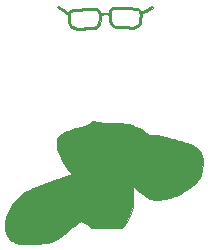
<source format=gbr>
%TF.GenerationSoftware,KiCad,Pcbnew,(5.99.0-9526-g5c17ff0595)*%
%TF.CreationDate,2021-06-06T14:51:47-05:00*%
%TF.ProjectId,BernieMittensNoChair,4265726e-6965-44d6-9974-74656e734e6f,rev?*%
%TF.SameCoordinates,Original*%
%TF.FileFunction,Soldermask,Top*%
%TF.FilePolarity,Negative*%
%FSLAX46Y46*%
G04 Gerber Fmt 4.6, Leading zero omitted, Abs format (unit mm)*
G04 Created by KiCad (PCBNEW (5.99.0-9526-g5c17ff0595)) date 2021-06-06 14:51:47*
%MOMM*%
%LPD*%
G01*
G04 APERTURE LIST*
%ADD10C,0.010000*%
G04 APERTURE END LIST*
D10*
%TO.C,G\u002A\u002A\u002A*%
X148496102Y-74687594D02*
X148547039Y-74720909D01*
X148547039Y-74720909D02*
X148621843Y-74772091D01*
X148621843Y-74772091D02*
X148715356Y-74837588D01*
X148715356Y-74837588D02*
X148822420Y-74913849D01*
X148822420Y-74913849D02*
X148875693Y-74952210D01*
X148875693Y-74952210D02*
X148988028Y-75032978D01*
X148988028Y-75032978D02*
X149089805Y-75105394D01*
X149089805Y-75105394D02*
X149175706Y-75165737D01*
X149175706Y-75165737D02*
X149240414Y-75210285D01*
X149240414Y-75210285D02*
X149278612Y-75235316D01*
X149278612Y-75235316D02*
X149285742Y-75239223D01*
X149285742Y-75239223D02*
X149311220Y-75229789D01*
X149311220Y-75229789D02*
X149326607Y-75195950D01*
X149326607Y-75195950D02*
X149362372Y-75125840D01*
X149362372Y-75125840D02*
X149428486Y-75056549D01*
X149428486Y-75056549D02*
X149513876Y-74997633D01*
X149513876Y-74997633D02*
X149598629Y-74961202D01*
X149598629Y-74961202D02*
X149673302Y-74945493D01*
X149673302Y-74945493D02*
X149787734Y-74931159D01*
X149787734Y-74931159D02*
X149939371Y-74918330D01*
X149939371Y-74918330D02*
X150125658Y-74907139D01*
X150125658Y-74907139D02*
X150344039Y-74897717D01*
X150344039Y-74897717D02*
X150591959Y-74890196D01*
X150591959Y-74890196D02*
X150866863Y-74884708D01*
X150866863Y-74884708D02*
X151143021Y-74881555D01*
X151143021Y-74881555D02*
X151765508Y-74876784D01*
X151765508Y-74876784D02*
X151851690Y-74933595D01*
X151851690Y-74933595D02*
X151918949Y-74993795D01*
X151918949Y-74993795D02*
X151976720Y-75073508D01*
X151976720Y-75073508D02*
X152015864Y-75157779D01*
X152015864Y-75157779D02*
X152027667Y-75221604D01*
X152027667Y-75221604D02*
X152032608Y-75251664D01*
X152032608Y-75251664D02*
X152055600Y-75259039D01*
X152055600Y-75259039D02*
X152096459Y-75251963D01*
X152096459Y-75251963D02*
X152142522Y-75246359D01*
X152142522Y-75246359D02*
X152220950Y-75241672D01*
X152220950Y-75241672D02*
X152321777Y-75238315D01*
X152321777Y-75238315D02*
X152435036Y-75236700D01*
X152435036Y-75236700D02*
X152466879Y-75236617D01*
X152466879Y-75236617D02*
X152768508Y-75236617D01*
X152768508Y-75236617D02*
X152768622Y-75183700D01*
X152768622Y-75183700D02*
X152787884Y-75062246D01*
X152787884Y-75062246D02*
X152840756Y-74951315D01*
X152840756Y-74951315D02*
X152920670Y-74859822D01*
X152920670Y-74859822D02*
X153021057Y-74796682D01*
X153021057Y-74796682D02*
X153065000Y-74781489D01*
X153065000Y-74781489D02*
X153110793Y-74775664D01*
X153110793Y-74775664D02*
X153193307Y-74771865D01*
X153193307Y-74771865D02*
X153306982Y-74769943D01*
X153306982Y-74769943D02*
X153446263Y-74769748D01*
X153446263Y-74769748D02*
X153605592Y-74771131D01*
X153605592Y-74771131D02*
X153779411Y-74773941D01*
X153779411Y-74773941D02*
X153962164Y-74778030D01*
X153962164Y-74778030D02*
X154148291Y-74783248D01*
X154148291Y-74783248D02*
X154332237Y-74789444D01*
X154332237Y-74789444D02*
X154508444Y-74796470D01*
X154508444Y-74796470D02*
X154671354Y-74804176D01*
X154671354Y-74804176D02*
X154815410Y-74812412D01*
X154815410Y-74812412D02*
X154935055Y-74821029D01*
X154935055Y-74821029D02*
X155024730Y-74829877D01*
X155024730Y-74829877D02*
X155061924Y-74835249D01*
X155061924Y-74835249D02*
X155211784Y-74871855D01*
X155211784Y-74871855D02*
X155325662Y-74923459D01*
X155325662Y-74923459D02*
X155408066Y-74992708D01*
X155408066Y-74992708D02*
X155456522Y-75066984D01*
X155456522Y-75066984D02*
X155485196Y-75121693D01*
X155485196Y-75121693D02*
X155507527Y-75156267D01*
X155507527Y-75156267D02*
X155514851Y-75162534D01*
X155514851Y-75162534D02*
X155536091Y-75152813D01*
X155536091Y-75152813D02*
X155589051Y-75125555D01*
X155589051Y-75125555D02*
X155668352Y-75083618D01*
X155668352Y-75083618D02*
X155768618Y-75029858D01*
X155768618Y-75029858D02*
X155884468Y-74967132D01*
X155884468Y-74967132D02*
X155953147Y-74929700D01*
X155953147Y-74929700D02*
X156075920Y-74863127D01*
X156075920Y-74863127D02*
X156186734Y-74803976D01*
X156186734Y-74803976D02*
X156280065Y-74755121D01*
X156280065Y-74755121D02*
X156350385Y-74719435D01*
X156350385Y-74719435D02*
X156392169Y-74699792D01*
X156392169Y-74699792D02*
X156400932Y-74696867D01*
X156400932Y-74696867D02*
X156423409Y-74714136D01*
X156423409Y-74714136D02*
X156450792Y-74756608D01*
X156450792Y-74756608D02*
X156455326Y-74765719D01*
X156455326Y-74765719D02*
X156488159Y-74834571D01*
X156488159Y-74834571D02*
X156023868Y-75088510D01*
X156023868Y-75088510D02*
X155895518Y-75158755D01*
X155895518Y-75158755D02*
X155779084Y-75222562D01*
X155779084Y-75222562D02*
X155679847Y-75277032D01*
X155679847Y-75277032D02*
X155603084Y-75319265D01*
X155603084Y-75319265D02*
X155554076Y-75346362D01*
X155554076Y-75346362D02*
X155538515Y-75355121D01*
X155538515Y-75355121D02*
X155530686Y-75379411D01*
X155530686Y-75379411D02*
X155522032Y-75438925D01*
X155522032Y-75438925D02*
X155513279Y-75526582D01*
X155513279Y-75526582D02*
X155505151Y-75635302D01*
X155505151Y-75635302D02*
X155499320Y-75738079D01*
X155499320Y-75738079D02*
X155490294Y-75896822D01*
X155490294Y-75896822D02*
X155479460Y-76020300D01*
X155479460Y-76020300D02*
X155464927Y-76115584D01*
X155464927Y-76115584D02*
X155444805Y-76189741D01*
X155444805Y-76189741D02*
X155417203Y-76249842D01*
X155417203Y-76249842D02*
X155380231Y-76302955D01*
X155380231Y-76302955D02*
X155334777Y-76353305D01*
X155334777Y-76353305D02*
X155278536Y-76401026D01*
X155278536Y-76401026D02*
X155202660Y-76446132D01*
X155202660Y-76446132D02*
X155098356Y-76493490D01*
X155098356Y-76493490D02*
X155038147Y-76517473D01*
X155038147Y-76517473D02*
X154819006Y-76602118D01*
X154819006Y-76602118D02*
X154040968Y-76572465D01*
X154040968Y-76572465D02*
X153262931Y-76542811D01*
X153262931Y-76542811D02*
X153134577Y-76478019D01*
X153134577Y-76478019D02*
X153053465Y-76429196D01*
X153053465Y-76429196D02*
X152976142Y-76369781D01*
X152976142Y-76369781D02*
X152931580Y-76326022D01*
X152931580Y-76326022D02*
X152867122Y-76224320D01*
X152867122Y-76224320D02*
X152815008Y-76086294D01*
X152815008Y-76086294D02*
X152776481Y-75916472D01*
X152776481Y-75916472D02*
X152752782Y-75719382D01*
X152752782Y-75719382D02*
X152750517Y-75684115D01*
X152750517Y-75684115D02*
X152919418Y-75684115D01*
X152919418Y-75684115D02*
X152924273Y-75770496D01*
X152924273Y-75770496D02*
X152934986Y-75850349D01*
X152934986Y-75850349D02*
X152948092Y-75917176D01*
X152948092Y-75917176D02*
X152982035Y-76049584D01*
X152982035Y-76049584D02*
X153021714Y-76148537D01*
X153021714Y-76148537D02*
X153072548Y-76222913D01*
X153072548Y-76222913D02*
X153139954Y-76281587D01*
X153139954Y-76281587D02*
X153189177Y-76312146D01*
X153189177Y-76312146D02*
X153302938Y-76376097D01*
X153302938Y-76376097D02*
X153951177Y-76401255D01*
X153951177Y-76401255D02*
X154117136Y-76407684D01*
X154117136Y-76407684D02*
X154273248Y-76413710D01*
X154273248Y-76413710D02*
X154413431Y-76419099D01*
X154413431Y-76419099D02*
X154531600Y-76423619D01*
X154531600Y-76423619D02*
X154621671Y-76427035D01*
X154621671Y-76427035D02*
X154677559Y-76429116D01*
X154677559Y-76429116D02*
X154687567Y-76429473D01*
X154687567Y-76429473D02*
X154761865Y-76421819D01*
X154761865Y-76421819D02*
X154861516Y-76396745D01*
X154861516Y-76396745D02*
X154952150Y-76365828D01*
X154952150Y-76365828D02*
X155059542Y-76323664D01*
X155059542Y-76323664D02*
X155142956Y-76284268D01*
X155142956Y-76284268D02*
X155205741Y-76241616D01*
X155205741Y-76241616D02*
X155251246Y-76189681D01*
X155251246Y-76189681D02*
X155282820Y-76122440D01*
X155282820Y-76122440D02*
X155303811Y-76033867D01*
X155303811Y-76033867D02*
X155317567Y-75917937D01*
X155317567Y-75917937D02*
X155327438Y-75768624D01*
X155327438Y-75768624D02*
X155331809Y-75682707D01*
X155331809Y-75682707D02*
X155338883Y-75500598D01*
X155338883Y-75500598D02*
X155338736Y-75355808D01*
X155338736Y-75355808D02*
X155328984Y-75243600D01*
X155328984Y-75243600D02*
X155307242Y-75159237D01*
X155307242Y-75159237D02*
X155271123Y-75097982D01*
X155271123Y-75097982D02*
X155218244Y-75055097D01*
X155218244Y-75055097D02*
X155146218Y-75025845D01*
X155146218Y-75025845D02*
X155052661Y-75005489D01*
X155052661Y-75005489D02*
X154985866Y-74995663D01*
X154985866Y-74995663D02*
X154921104Y-74989305D01*
X154921104Y-74989305D02*
X154823704Y-74982668D01*
X154823704Y-74982668D02*
X154699266Y-74975915D01*
X154699266Y-74975915D02*
X154553393Y-74969209D01*
X154553393Y-74969209D02*
X154391686Y-74962713D01*
X154391686Y-74962713D02*
X154219746Y-74956589D01*
X154219746Y-74956589D02*
X154043175Y-74950999D01*
X154043175Y-74950999D02*
X153867573Y-74946108D01*
X153867573Y-74946108D02*
X153698544Y-74942076D01*
X153698544Y-74942076D02*
X153541687Y-74939068D01*
X153541687Y-74939068D02*
X153402605Y-74937246D01*
X153402605Y-74937246D02*
X153286899Y-74936771D01*
X153286899Y-74936771D02*
X153200170Y-74937808D01*
X153200170Y-74937808D02*
X153148019Y-74940519D01*
X153148019Y-74940519D02*
X153138489Y-74942008D01*
X153138489Y-74942008D02*
X153041535Y-74980955D01*
X153041535Y-74980955D02*
X152979486Y-75042113D01*
X152979486Y-75042113D02*
X152961230Y-75080568D01*
X152961230Y-75080568D02*
X152952175Y-75124573D01*
X152952175Y-75124573D02*
X152942727Y-75201105D01*
X152942727Y-75201105D02*
X152933862Y-75300377D01*
X152933862Y-75300377D02*
X152926556Y-75412606D01*
X152926556Y-75412606D02*
X152924957Y-75444297D01*
X152924957Y-75444297D02*
X152919839Y-75579338D01*
X152919839Y-75579338D02*
X152919418Y-75684115D01*
X152919418Y-75684115D02*
X152750517Y-75684115D01*
X152750517Y-75684115D02*
X152749021Y-75660834D01*
X152749021Y-75660834D02*
X152743212Y-75559187D01*
X152743212Y-75559187D02*
X152737257Y-75491980D01*
X152737257Y-75491980D02*
X152729081Y-75451363D01*
X152729081Y-75451363D02*
X152716608Y-75429488D01*
X152716608Y-75429488D02*
X152697763Y-75418505D01*
X152697763Y-75418505D02*
X152683834Y-75414235D01*
X152683834Y-75414235D02*
X152621783Y-75404504D01*
X152621783Y-75404504D02*
X152531026Y-75399180D01*
X152531026Y-75399180D02*
X152424947Y-75398160D01*
X152424947Y-75398160D02*
X152316931Y-75401341D01*
X152316931Y-75401341D02*
X152220363Y-75408621D01*
X152220363Y-75408621D02*
X152155709Y-75418287D01*
X152155709Y-75418287D02*
X152048834Y-75441208D01*
X152048834Y-75441208D02*
X152048834Y-75683984D01*
X152048834Y-75683984D02*
X152039636Y-75892060D01*
X152039636Y-75892060D02*
X152013047Y-76082489D01*
X152013047Y-76082489D02*
X151970566Y-76245865D01*
X151970566Y-76245865D02*
X151950669Y-76298660D01*
X151950669Y-76298660D02*
X151886228Y-76404986D01*
X151886228Y-76404986D02*
X151790294Y-76501199D01*
X151790294Y-76501199D02*
X151673708Y-76576846D01*
X151673708Y-76576846D02*
X151651099Y-76587591D01*
X151651099Y-76587591D02*
X151613182Y-76603917D01*
X151613182Y-76603917D02*
X151576710Y-76616929D01*
X151576710Y-76616929D02*
X151536045Y-76627235D01*
X151536045Y-76627235D02*
X151485547Y-76635439D01*
X151485547Y-76635439D02*
X151419574Y-76642150D01*
X151419574Y-76642150D02*
X151332488Y-76647972D01*
X151332488Y-76647972D02*
X151218648Y-76653512D01*
X151218648Y-76653512D02*
X151072414Y-76659377D01*
X151072414Y-76659377D02*
X150936474Y-76664412D01*
X150936474Y-76664412D02*
X150771396Y-76670506D01*
X150771396Y-76670506D02*
X150610358Y-76676576D01*
X150610358Y-76676576D02*
X150461117Y-76682321D01*
X150461117Y-76682321D02*
X150331431Y-76687440D01*
X150331431Y-76687440D02*
X150229055Y-76691629D01*
X150229055Y-76691629D02*
X150165000Y-76694434D01*
X150165000Y-76694434D02*
X150074622Y-76697076D01*
X150074622Y-76697076D02*
X150004334Y-76693246D01*
X150004334Y-76693246D02*
X149937909Y-76680188D01*
X149937909Y-76680188D02*
X149859122Y-76655147D01*
X149859122Y-76655147D02*
X149794644Y-76631532D01*
X149794644Y-76631532D02*
X149657033Y-76575530D01*
X149657033Y-76575530D02*
X149553496Y-76521583D01*
X149553496Y-76521583D02*
X149476460Y-76464161D01*
X149476460Y-76464161D02*
X149418351Y-76397736D01*
X149418351Y-76397736D02*
X149376182Y-76326102D01*
X149376182Y-76326102D02*
X149354828Y-76281038D01*
X149354828Y-76281038D02*
X149338926Y-76238425D01*
X149338926Y-76238425D02*
X149327285Y-76190423D01*
X149327285Y-76190423D02*
X149318711Y-76129189D01*
X149318711Y-76129189D02*
X149312010Y-76046881D01*
X149312010Y-76046881D02*
X149305989Y-75935657D01*
X149305989Y-75935657D02*
X149301486Y-75835129D01*
X149301486Y-75835129D02*
X149295742Y-75713945D01*
X149295742Y-75713945D02*
X149289746Y-75608220D01*
X149289746Y-75608220D02*
X149288931Y-75596450D01*
X149288931Y-75596450D02*
X149463007Y-75596450D01*
X149463007Y-75596450D02*
X149468035Y-75811544D01*
X149468035Y-75811544D02*
X149477470Y-75984891D01*
X149477470Y-75984891D02*
X149491340Y-76116852D01*
X149491340Y-76116852D02*
X149509674Y-76207787D01*
X149509674Y-76207787D02*
X149510959Y-76212084D01*
X149510959Y-76212084D02*
X149548925Y-76286613D01*
X149548925Y-76286613D02*
X149616600Y-76352066D01*
X149616600Y-76352066D02*
X149718408Y-76411835D01*
X149718408Y-76411835D02*
X149835383Y-76460815D01*
X149835383Y-76460815D02*
X149937234Y-76495971D01*
X149937234Y-76495971D02*
X150017064Y-76515907D01*
X150017064Y-76515907D02*
X150091019Y-76523710D01*
X150091019Y-76523710D02*
X150161048Y-76523123D01*
X150161048Y-76523123D02*
X150220025Y-76520799D01*
X150220025Y-76520799D02*
X150314116Y-76517253D01*
X150314116Y-76517253D02*
X150436128Y-76512749D01*
X150436128Y-76512749D02*
X150578868Y-76507550D01*
X150578868Y-76507550D02*
X150735142Y-76501920D01*
X150735142Y-76501920D02*
X150895250Y-76496212D01*
X150895250Y-76496212D02*
X151069136Y-76489956D01*
X151069136Y-76489956D02*
X151206248Y-76484541D01*
X151206248Y-76484541D02*
X151312123Y-76479340D01*
X151312123Y-76479340D02*
X151392294Y-76473730D01*
X151392294Y-76473730D02*
X151452297Y-76467086D01*
X151452297Y-76467086D02*
X151497666Y-76458782D01*
X151497666Y-76458782D02*
X151533937Y-76448193D01*
X151533937Y-76448193D02*
X151566644Y-76434696D01*
X151566644Y-76434696D02*
X151601323Y-76417664D01*
X151601323Y-76417664D02*
X151604285Y-76416162D01*
X151604285Y-76416162D02*
X151693553Y-76355599D01*
X151693553Y-76355599D02*
X151763963Y-76272258D01*
X151763963Y-76272258D02*
X151816498Y-76162955D01*
X151816498Y-76162955D02*
X151852140Y-76024509D01*
X151852140Y-76024509D02*
X151871871Y-75853738D01*
X151871871Y-75853738D02*
X151876676Y-75647460D01*
X151876676Y-75647460D02*
X151874226Y-75542105D01*
X151874226Y-75542105D02*
X151867237Y-75395465D01*
X151867237Y-75395465D02*
X151856622Y-75284664D01*
X151856622Y-75284664D02*
X151840372Y-75203240D01*
X151840372Y-75203240D02*
X151816478Y-75144729D01*
X151816478Y-75144729D02*
X151782932Y-75102667D01*
X151782932Y-75102667D02*
X151737727Y-75070593D01*
X151737727Y-75070593D02*
X151725684Y-75064061D01*
X151725684Y-75064061D02*
X151706415Y-75055367D01*
X151706415Y-75055367D02*
X151682712Y-75048453D01*
X151682712Y-75048453D02*
X151650518Y-75043280D01*
X151650518Y-75043280D02*
X151605777Y-75039810D01*
X151605777Y-75039810D02*
X151544434Y-75038005D01*
X151544434Y-75038005D02*
X151462433Y-75037824D01*
X151462433Y-75037824D02*
X151355717Y-75039230D01*
X151355717Y-75039230D02*
X151220232Y-75042183D01*
X151220232Y-75042183D02*
X151051921Y-75046645D01*
X151051921Y-75046645D02*
X150846728Y-75052578D01*
X150846728Y-75052578D02*
X150768250Y-75054911D01*
X150768250Y-75054911D02*
X150573452Y-75061149D01*
X150573452Y-75061149D02*
X150387817Y-75067898D01*
X150387817Y-75067898D02*
X150216508Y-75074913D01*
X150216508Y-75074913D02*
X150064689Y-75081947D01*
X150064689Y-75081947D02*
X149937524Y-75088755D01*
X149937524Y-75088755D02*
X149840177Y-75095090D01*
X149840177Y-75095090D02*
X149777811Y-75100706D01*
X149777811Y-75100706D02*
X149763261Y-75102796D01*
X149763261Y-75102796D02*
X149659404Y-75126211D01*
X149659404Y-75126211D02*
X149581944Y-75156904D01*
X149581944Y-75156904D02*
X149527250Y-75200846D01*
X149527250Y-75200846D02*
X149491687Y-75264010D01*
X149491687Y-75264010D02*
X149471625Y-75352368D01*
X149471625Y-75352368D02*
X149463430Y-75471891D01*
X149463430Y-75471891D02*
X149463007Y-75596450D01*
X149463007Y-75596450D02*
X149288931Y-75596450D01*
X149288931Y-75596450D02*
X149283970Y-75524884D01*
X149283970Y-75524884D02*
X149278889Y-75470867D01*
X149278889Y-75470867D02*
X149275388Y-75453105D01*
X149275388Y-75453105D02*
X149256152Y-75439071D01*
X149256152Y-75439071D02*
X149207197Y-75403768D01*
X149207197Y-75403768D02*
X149133222Y-75350574D01*
X149133222Y-75350574D02*
X149038928Y-75282864D01*
X149038928Y-75282864D02*
X148929014Y-75204017D01*
X148929014Y-75204017D02*
X148826209Y-75130326D01*
X148826209Y-75130326D02*
X148707101Y-75044312D01*
X148707101Y-75044312D02*
X148600262Y-74965874D01*
X148600262Y-74965874D02*
X148510279Y-74898488D01*
X148510279Y-74898488D02*
X148441741Y-74845625D01*
X148441741Y-74845625D02*
X148399235Y-74810760D01*
X148399235Y-74810760D02*
X148387000Y-74797829D01*
X148387000Y-74797829D02*
X148398558Y-74765043D01*
X148398558Y-74765043D02*
X148425278Y-74722697D01*
X148425278Y-74722697D02*
X148455227Y-74687505D01*
X148455227Y-74687505D02*
X148474191Y-74675700D01*
X148474191Y-74675700D02*
X148496102Y-74687594D01*
X148496102Y-74687594D02*
X148496102Y-74687594D01*
G36*
X152743212Y-75559187D02*
G01*
X152737257Y-75491980D01*
X152729081Y-75451363D01*
X152716608Y-75429488D01*
X152697763Y-75418505D01*
X152683834Y-75414235D01*
X152621783Y-75404504D01*
X152531026Y-75399180D01*
X152424947Y-75398160D01*
X152316931Y-75401341D01*
X152220363Y-75408621D01*
X152155709Y-75418287D01*
X152048834Y-75441208D01*
X152048834Y-75683984D01*
X152039636Y-75892060D01*
X152013047Y-76082489D01*
X151970566Y-76245865D01*
X151950669Y-76298660D01*
X151886228Y-76404986D01*
X151790294Y-76501199D01*
X151673708Y-76576846D01*
X151651099Y-76587591D01*
X151613182Y-76603917D01*
X151576710Y-76616929D01*
X151536045Y-76627235D01*
X151485547Y-76635439D01*
X151419574Y-76642150D01*
X151332488Y-76647972D01*
X151218648Y-76653512D01*
X151072414Y-76659377D01*
X150936474Y-76664412D01*
X150771396Y-76670506D01*
X150610358Y-76676576D01*
X150461117Y-76682321D01*
X150331431Y-76687440D01*
X150229055Y-76691629D01*
X150165000Y-76694434D01*
X150074622Y-76697076D01*
X150004334Y-76693246D01*
X149937909Y-76680188D01*
X149859122Y-76655147D01*
X149794644Y-76631532D01*
X149657033Y-76575530D01*
X149553496Y-76521583D01*
X149476460Y-76464161D01*
X149418351Y-76397736D01*
X149376182Y-76326102D01*
X149354828Y-76281038D01*
X149338926Y-76238425D01*
X149327285Y-76190423D01*
X149318711Y-76129189D01*
X149312010Y-76046881D01*
X149305989Y-75935657D01*
X149301486Y-75835129D01*
X149295742Y-75713945D01*
X149289746Y-75608220D01*
X149288931Y-75596450D01*
X149463007Y-75596450D01*
X149468035Y-75811544D01*
X149477470Y-75984891D01*
X149491340Y-76116852D01*
X149509674Y-76207787D01*
X149510959Y-76212084D01*
X149548925Y-76286613D01*
X149616600Y-76352066D01*
X149718408Y-76411835D01*
X149835383Y-76460815D01*
X149937234Y-76495971D01*
X150017064Y-76515907D01*
X150091019Y-76523710D01*
X150161048Y-76523123D01*
X150220025Y-76520799D01*
X150314116Y-76517253D01*
X150436128Y-76512749D01*
X150578868Y-76507550D01*
X150735142Y-76501920D01*
X150895250Y-76496212D01*
X151069136Y-76489956D01*
X151206248Y-76484541D01*
X151312123Y-76479340D01*
X151392294Y-76473730D01*
X151452297Y-76467086D01*
X151497666Y-76458782D01*
X151533937Y-76448193D01*
X151566644Y-76434696D01*
X151601323Y-76417664D01*
X151604285Y-76416162D01*
X151693553Y-76355599D01*
X151763963Y-76272258D01*
X151816498Y-76162955D01*
X151852140Y-76024509D01*
X151871871Y-75853738D01*
X151876676Y-75647460D01*
X151874226Y-75542105D01*
X151867237Y-75395465D01*
X151856622Y-75284664D01*
X151840372Y-75203240D01*
X151816478Y-75144729D01*
X151782932Y-75102667D01*
X151737727Y-75070593D01*
X151725684Y-75064061D01*
X151706415Y-75055367D01*
X151682712Y-75048453D01*
X151650518Y-75043280D01*
X151605777Y-75039810D01*
X151544434Y-75038005D01*
X151462433Y-75037824D01*
X151355717Y-75039230D01*
X151220232Y-75042183D01*
X151051921Y-75046645D01*
X150846728Y-75052578D01*
X150768250Y-75054911D01*
X150573452Y-75061149D01*
X150387817Y-75067898D01*
X150216508Y-75074913D01*
X150064689Y-75081947D01*
X149937524Y-75088755D01*
X149840177Y-75095090D01*
X149777811Y-75100706D01*
X149763261Y-75102796D01*
X149659404Y-75126211D01*
X149581944Y-75156904D01*
X149527250Y-75200846D01*
X149491687Y-75264010D01*
X149471625Y-75352368D01*
X149463430Y-75471891D01*
X149463007Y-75596450D01*
X149288931Y-75596450D01*
X149283970Y-75524884D01*
X149278889Y-75470867D01*
X149275388Y-75453105D01*
X149256152Y-75439071D01*
X149207197Y-75403768D01*
X149133222Y-75350574D01*
X149038928Y-75282864D01*
X148929014Y-75204017D01*
X148826209Y-75130326D01*
X148707101Y-75044312D01*
X148600262Y-74965874D01*
X148510279Y-74898488D01*
X148441741Y-74845625D01*
X148399235Y-74810760D01*
X148387000Y-74797829D01*
X148398558Y-74765043D01*
X148425278Y-74722697D01*
X148455227Y-74687505D01*
X148474191Y-74675700D01*
X148496102Y-74687594D01*
X148547039Y-74720909D01*
X148621843Y-74772091D01*
X148715356Y-74837588D01*
X148822420Y-74913849D01*
X148875693Y-74952210D01*
X148988028Y-75032978D01*
X149089805Y-75105394D01*
X149175706Y-75165737D01*
X149240414Y-75210285D01*
X149278612Y-75235316D01*
X149285742Y-75239223D01*
X149311220Y-75229789D01*
X149326607Y-75195950D01*
X149362372Y-75125840D01*
X149428486Y-75056549D01*
X149513876Y-74997633D01*
X149598629Y-74961202D01*
X149673302Y-74945493D01*
X149787734Y-74931159D01*
X149939371Y-74918330D01*
X150125658Y-74907139D01*
X150344039Y-74897717D01*
X150591959Y-74890196D01*
X150866863Y-74884708D01*
X151143021Y-74881555D01*
X151765508Y-74876784D01*
X151851690Y-74933595D01*
X151918949Y-74993795D01*
X151976720Y-75073508D01*
X152015864Y-75157779D01*
X152027667Y-75221604D01*
X152032608Y-75251664D01*
X152055600Y-75259039D01*
X152096459Y-75251963D01*
X152142522Y-75246359D01*
X152220950Y-75241672D01*
X152321777Y-75238315D01*
X152435036Y-75236700D01*
X152466879Y-75236617D01*
X152768508Y-75236617D01*
X152768622Y-75183700D01*
X152787884Y-75062246D01*
X152840756Y-74951315D01*
X152920670Y-74859822D01*
X153021057Y-74796682D01*
X153065000Y-74781489D01*
X153110793Y-74775664D01*
X153193307Y-74771865D01*
X153306982Y-74769943D01*
X153446263Y-74769748D01*
X153605592Y-74771131D01*
X153779411Y-74773941D01*
X153962164Y-74778030D01*
X154148291Y-74783248D01*
X154332237Y-74789444D01*
X154508444Y-74796470D01*
X154671354Y-74804176D01*
X154815410Y-74812412D01*
X154935055Y-74821029D01*
X155024730Y-74829877D01*
X155061924Y-74835249D01*
X155211784Y-74871855D01*
X155325662Y-74923459D01*
X155408066Y-74992708D01*
X155456522Y-75066984D01*
X155485196Y-75121693D01*
X155507527Y-75156267D01*
X155514851Y-75162534D01*
X155536091Y-75152813D01*
X155589051Y-75125555D01*
X155668352Y-75083618D01*
X155768618Y-75029858D01*
X155884468Y-74967132D01*
X155953147Y-74929700D01*
X156075920Y-74863127D01*
X156186734Y-74803976D01*
X156280065Y-74755121D01*
X156350385Y-74719435D01*
X156392169Y-74699792D01*
X156400932Y-74696867D01*
X156423409Y-74714136D01*
X156450792Y-74756608D01*
X156455326Y-74765719D01*
X156488159Y-74834571D01*
X156023868Y-75088510D01*
X155895518Y-75158755D01*
X155779084Y-75222562D01*
X155679847Y-75277032D01*
X155603084Y-75319265D01*
X155554076Y-75346362D01*
X155538515Y-75355121D01*
X155530686Y-75379411D01*
X155522032Y-75438925D01*
X155513279Y-75526582D01*
X155505151Y-75635302D01*
X155499320Y-75738079D01*
X155490294Y-75896822D01*
X155479460Y-76020300D01*
X155464927Y-76115584D01*
X155444805Y-76189741D01*
X155417203Y-76249842D01*
X155380231Y-76302955D01*
X155334777Y-76353305D01*
X155278536Y-76401026D01*
X155202660Y-76446132D01*
X155098356Y-76493490D01*
X155038147Y-76517473D01*
X154819006Y-76602118D01*
X154040968Y-76572465D01*
X153262931Y-76542811D01*
X153134577Y-76478019D01*
X153053465Y-76429196D01*
X152976142Y-76369781D01*
X152931580Y-76326022D01*
X152867122Y-76224320D01*
X152815008Y-76086294D01*
X152776481Y-75916472D01*
X152752782Y-75719382D01*
X152750517Y-75684115D01*
X152919418Y-75684115D01*
X152924273Y-75770496D01*
X152934986Y-75850349D01*
X152948092Y-75917176D01*
X152982035Y-76049584D01*
X153021714Y-76148537D01*
X153072548Y-76222913D01*
X153139954Y-76281587D01*
X153189177Y-76312146D01*
X153302938Y-76376097D01*
X153951177Y-76401255D01*
X154117136Y-76407684D01*
X154273248Y-76413710D01*
X154413431Y-76419099D01*
X154531600Y-76423619D01*
X154621671Y-76427035D01*
X154677559Y-76429116D01*
X154687567Y-76429473D01*
X154761865Y-76421819D01*
X154861516Y-76396745D01*
X154952150Y-76365828D01*
X155059542Y-76323664D01*
X155142956Y-76284268D01*
X155205741Y-76241616D01*
X155251246Y-76189681D01*
X155282820Y-76122440D01*
X155303811Y-76033867D01*
X155317567Y-75917937D01*
X155327438Y-75768624D01*
X155331809Y-75682707D01*
X155338883Y-75500598D01*
X155338736Y-75355808D01*
X155328984Y-75243600D01*
X155307242Y-75159237D01*
X155271123Y-75097982D01*
X155218244Y-75055097D01*
X155146218Y-75025845D01*
X155052661Y-75005489D01*
X154985866Y-74995663D01*
X154921104Y-74989305D01*
X154823704Y-74982668D01*
X154699266Y-74975915D01*
X154553393Y-74969209D01*
X154391686Y-74962713D01*
X154219746Y-74956589D01*
X154043175Y-74950999D01*
X153867573Y-74946108D01*
X153698544Y-74942076D01*
X153541687Y-74939068D01*
X153402605Y-74937246D01*
X153286899Y-74936771D01*
X153200170Y-74937808D01*
X153148019Y-74940519D01*
X153138489Y-74942008D01*
X153041535Y-74980955D01*
X152979486Y-75042113D01*
X152961230Y-75080568D01*
X152952175Y-75124573D01*
X152942727Y-75201105D01*
X152933862Y-75300377D01*
X152926556Y-75412606D01*
X152924957Y-75444297D01*
X152919839Y-75579338D01*
X152919418Y-75684115D01*
X152750517Y-75684115D01*
X152749021Y-75660834D01*
X152743212Y-75559187D01*
G37*
X152743212Y-75559187D02*
X152737257Y-75491980D01*
X152729081Y-75451363D01*
X152716608Y-75429488D01*
X152697763Y-75418505D01*
X152683834Y-75414235D01*
X152621783Y-75404504D01*
X152531026Y-75399180D01*
X152424947Y-75398160D01*
X152316931Y-75401341D01*
X152220363Y-75408621D01*
X152155709Y-75418287D01*
X152048834Y-75441208D01*
X152048834Y-75683984D01*
X152039636Y-75892060D01*
X152013047Y-76082489D01*
X151970566Y-76245865D01*
X151950669Y-76298660D01*
X151886228Y-76404986D01*
X151790294Y-76501199D01*
X151673708Y-76576846D01*
X151651099Y-76587591D01*
X151613182Y-76603917D01*
X151576710Y-76616929D01*
X151536045Y-76627235D01*
X151485547Y-76635439D01*
X151419574Y-76642150D01*
X151332488Y-76647972D01*
X151218648Y-76653512D01*
X151072414Y-76659377D01*
X150936474Y-76664412D01*
X150771396Y-76670506D01*
X150610358Y-76676576D01*
X150461117Y-76682321D01*
X150331431Y-76687440D01*
X150229055Y-76691629D01*
X150165000Y-76694434D01*
X150074622Y-76697076D01*
X150004334Y-76693246D01*
X149937909Y-76680188D01*
X149859122Y-76655147D01*
X149794644Y-76631532D01*
X149657033Y-76575530D01*
X149553496Y-76521583D01*
X149476460Y-76464161D01*
X149418351Y-76397736D01*
X149376182Y-76326102D01*
X149354828Y-76281038D01*
X149338926Y-76238425D01*
X149327285Y-76190423D01*
X149318711Y-76129189D01*
X149312010Y-76046881D01*
X149305989Y-75935657D01*
X149301486Y-75835129D01*
X149295742Y-75713945D01*
X149289746Y-75608220D01*
X149288931Y-75596450D01*
X149463007Y-75596450D01*
X149468035Y-75811544D01*
X149477470Y-75984891D01*
X149491340Y-76116852D01*
X149509674Y-76207787D01*
X149510959Y-76212084D01*
X149548925Y-76286613D01*
X149616600Y-76352066D01*
X149718408Y-76411835D01*
X149835383Y-76460815D01*
X149937234Y-76495971D01*
X150017064Y-76515907D01*
X150091019Y-76523710D01*
X150161048Y-76523123D01*
X150220025Y-76520799D01*
X150314116Y-76517253D01*
X150436128Y-76512749D01*
X150578868Y-76507550D01*
X150735142Y-76501920D01*
X150895250Y-76496212D01*
X151069136Y-76489956D01*
X151206248Y-76484541D01*
X151312123Y-76479340D01*
X151392294Y-76473730D01*
X151452297Y-76467086D01*
X151497666Y-76458782D01*
X151533937Y-76448193D01*
X151566644Y-76434696D01*
X151601323Y-76417664D01*
X151604285Y-76416162D01*
X151693553Y-76355599D01*
X151763963Y-76272258D01*
X151816498Y-76162955D01*
X151852140Y-76024509D01*
X151871871Y-75853738D01*
X151876676Y-75647460D01*
X151874226Y-75542105D01*
X151867237Y-75395465D01*
X151856622Y-75284664D01*
X151840372Y-75203240D01*
X151816478Y-75144729D01*
X151782932Y-75102667D01*
X151737727Y-75070593D01*
X151725684Y-75064061D01*
X151706415Y-75055367D01*
X151682712Y-75048453D01*
X151650518Y-75043280D01*
X151605777Y-75039810D01*
X151544434Y-75038005D01*
X151462433Y-75037824D01*
X151355717Y-75039230D01*
X151220232Y-75042183D01*
X151051921Y-75046645D01*
X150846728Y-75052578D01*
X150768250Y-75054911D01*
X150573452Y-75061149D01*
X150387817Y-75067898D01*
X150216508Y-75074913D01*
X150064689Y-75081947D01*
X149937524Y-75088755D01*
X149840177Y-75095090D01*
X149777811Y-75100706D01*
X149763261Y-75102796D01*
X149659404Y-75126211D01*
X149581944Y-75156904D01*
X149527250Y-75200846D01*
X149491687Y-75264010D01*
X149471625Y-75352368D01*
X149463430Y-75471891D01*
X149463007Y-75596450D01*
X149288931Y-75596450D01*
X149283970Y-75524884D01*
X149278889Y-75470867D01*
X149275388Y-75453105D01*
X149256152Y-75439071D01*
X149207197Y-75403768D01*
X149133222Y-75350574D01*
X149038928Y-75282864D01*
X148929014Y-75204017D01*
X148826209Y-75130326D01*
X148707101Y-75044312D01*
X148600262Y-74965874D01*
X148510279Y-74898488D01*
X148441741Y-74845625D01*
X148399235Y-74810760D01*
X148387000Y-74797829D01*
X148398558Y-74765043D01*
X148425278Y-74722697D01*
X148455227Y-74687505D01*
X148474191Y-74675700D01*
X148496102Y-74687594D01*
X148547039Y-74720909D01*
X148621843Y-74772091D01*
X148715356Y-74837588D01*
X148822420Y-74913849D01*
X148875693Y-74952210D01*
X148988028Y-75032978D01*
X149089805Y-75105394D01*
X149175706Y-75165737D01*
X149240414Y-75210285D01*
X149278612Y-75235316D01*
X149285742Y-75239223D01*
X149311220Y-75229789D01*
X149326607Y-75195950D01*
X149362372Y-75125840D01*
X149428486Y-75056549D01*
X149513876Y-74997633D01*
X149598629Y-74961202D01*
X149673302Y-74945493D01*
X149787734Y-74931159D01*
X149939371Y-74918330D01*
X150125658Y-74907139D01*
X150344039Y-74897717D01*
X150591959Y-74890196D01*
X150866863Y-74884708D01*
X151143021Y-74881555D01*
X151765508Y-74876784D01*
X151851690Y-74933595D01*
X151918949Y-74993795D01*
X151976720Y-75073508D01*
X152015864Y-75157779D01*
X152027667Y-75221604D01*
X152032608Y-75251664D01*
X152055600Y-75259039D01*
X152096459Y-75251963D01*
X152142522Y-75246359D01*
X152220950Y-75241672D01*
X152321777Y-75238315D01*
X152435036Y-75236700D01*
X152466879Y-75236617D01*
X152768508Y-75236617D01*
X152768622Y-75183700D01*
X152787884Y-75062246D01*
X152840756Y-74951315D01*
X152920670Y-74859822D01*
X153021057Y-74796682D01*
X153065000Y-74781489D01*
X153110793Y-74775664D01*
X153193307Y-74771865D01*
X153306982Y-74769943D01*
X153446263Y-74769748D01*
X153605592Y-74771131D01*
X153779411Y-74773941D01*
X153962164Y-74778030D01*
X154148291Y-74783248D01*
X154332237Y-74789444D01*
X154508444Y-74796470D01*
X154671354Y-74804176D01*
X154815410Y-74812412D01*
X154935055Y-74821029D01*
X155024730Y-74829877D01*
X155061924Y-74835249D01*
X155211784Y-74871855D01*
X155325662Y-74923459D01*
X155408066Y-74992708D01*
X155456522Y-75066984D01*
X155485196Y-75121693D01*
X155507527Y-75156267D01*
X155514851Y-75162534D01*
X155536091Y-75152813D01*
X155589051Y-75125555D01*
X155668352Y-75083618D01*
X155768618Y-75029858D01*
X155884468Y-74967132D01*
X155953147Y-74929700D01*
X156075920Y-74863127D01*
X156186734Y-74803976D01*
X156280065Y-74755121D01*
X156350385Y-74719435D01*
X156392169Y-74699792D01*
X156400932Y-74696867D01*
X156423409Y-74714136D01*
X156450792Y-74756608D01*
X156455326Y-74765719D01*
X156488159Y-74834571D01*
X156023868Y-75088510D01*
X155895518Y-75158755D01*
X155779084Y-75222562D01*
X155679847Y-75277032D01*
X155603084Y-75319265D01*
X155554076Y-75346362D01*
X155538515Y-75355121D01*
X155530686Y-75379411D01*
X155522032Y-75438925D01*
X155513279Y-75526582D01*
X155505151Y-75635302D01*
X155499320Y-75738079D01*
X155490294Y-75896822D01*
X155479460Y-76020300D01*
X155464927Y-76115584D01*
X155444805Y-76189741D01*
X155417203Y-76249842D01*
X155380231Y-76302955D01*
X155334777Y-76353305D01*
X155278536Y-76401026D01*
X155202660Y-76446132D01*
X155098356Y-76493490D01*
X155038147Y-76517473D01*
X154819006Y-76602118D01*
X154040968Y-76572465D01*
X153262931Y-76542811D01*
X153134577Y-76478019D01*
X153053465Y-76429196D01*
X152976142Y-76369781D01*
X152931580Y-76326022D01*
X152867122Y-76224320D01*
X152815008Y-76086294D01*
X152776481Y-75916472D01*
X152752782Y-75719382D01*
X152750517Y-75684115D01*
X152919418Y-75684115D01*
X152924273Y-75770496D01*
X152934986Y-75850349D01*
X152948092Y-75917176D01*
X152982035Y-76049584D01*
X153021714Y-76148537D01*
X153072548Y-76222913D01*
X153139954Y-76281587D01*
X153189177Y-76312146D01*
X153302938Y-76376097D01*
X153951177Y-76401255D01*
X154117136Y-76407684D01*
X154273248Y-76413710D01*
X154413431Y-76419099D01*
X154531600Y-76423619D01*
X154621671Y-76427035D01*
X154677559Y-76429116D01*
X154687567Y-76429473D01*
X154761865Y-76421819D01*
X154861516Y-76396745D01*
X154952150Y-76365828D01*
X155059542Y-76323664D01*
X155142956Y-76284268D01*
X155205741Y-76241616D01*
X155251246Y-76189681D01*
X155282820Y-76122440D01*
X155303811Y-76033867D01*
X155317567Y-75917937D01*
X155327438Y-75768624D01*
X155331809Y-75682707D01*
X155338883Y-75500598D01*
X155338736Y-75355808D01*
X155328984Y-75243600D01*
X155307242Y-75159237D01*
X155271123Y-75097982D01*
X155218244Y-75055097D01*
X155146218Y-75025845D01*
X155052661Y-75005489D01*
X154985866Y-74995663D01*
X154921104Y-74989305D01*
X154823704Y-74982668D01*
X154699266Y-74975915D01*
X154553393Y-74969209D01*
X154391686Y-74962713D01*
X154219746Y-74956589D01*
X154043175Y-74950999D01*
X153867573Y-74946108D01*
X153698544Y-74942076D01*
X153541687Y-74939068D01*
X153402605Y-74937246D01*
X153286899Y-74936771D01*
X153200170Y-74937808D01*
X153148019Y-74940519D01*
X153138489Y-74942008D01*
X153041535Y-74980955D01*
X152979486Y-75042113D01*
X152961230Y-75080568D01*
X152952175Y-75124573D01*
X152942727Y-75201105D01*
X152933862Y-75300377D01*
X152926556Y-75412606D01*
X152924957Y-75444297D01*
X152919839Y-75579338D01*
X152919418Y-75684115D01*
X152750517Y-75684115D01*
X152749021Y-75660834D01*
X152743212Y-75559187D01*
X151482462Y-84438095D02*
X151549433Y-84449203D01*
X151549433Y-84449203D02*
X151641255Y-84465803D01*
X151641255Y-84465803D02*
X151749613Y-84486419D01*
X151749613Y-84486419D02*
X151805417Y-84497379D01*
X151805417Y-84497379D02*
X151955288Y-84525365D01*
X151955288Y-84525365D02*
X152080863Y-84543987D01*
X152080863Y-84543987D02*
X152198705Y-84554958D01*
X152198705Y-84554958D02*
X152325377Y-84559992D01*
X152325377Y-84559992D02*
X152419250Y-84560890D01*
X152419250Y-84560890D02*
X152595298Y-84562666D01*
X152595298Y-84562666D02*
X152791845Y-84567159D01*
X152791845Y-84567159D02*
X153000449Y-84573971D01*
X153000449Y-84573971D02*
X153212668Y-84582705D01*
X153212668Y-84582705D02*
X153420060Y-84592962D01*
X153420060Y-84592962D02*
X153614181Y-84604346D01*
X153614181Y-84604346D02*
X153786590Y-84616458D01*
X153786590Y-84616458D02*
X153928845Y-84628901D01*
X153928845Y-84628901D02*
X153979969Y-84634408D01*
X153979969Y-84634408D02*
X154172115Y-84658246D01*
X154172115Y-84658246D02*
X154331856Y-84682293D01*
X154331856Y-84682293D02*
X154469041Y-84709346D01*
X154469041Y-84709346D02*
X154593520Y-84742198D01*
X154593520Y-84742198D02*
X154715140Y-84783645D01*
X154715140Y-84783645D02*
X154843753Y-84836481D01*
X154843753Y-84836481D02*
X154989206Y-84903501D01*
X154989206Y-84903501D02*
X155075667Y-84945325D01*
X155075667Y-84945325D02*
X155285183Y-85049043D01*
X155285183Y-85049043D02*
X155459931Y-85138613D01*
X155459931Y-85138613D02*
X155604088Y-85216478D01*
X155604088Y-85216478D02*
X155721832Y-85285082D01*
X155721832Y-85285082D02*
X155817340Y-85346870D01*
X155817340Y-85346870D02*
X155894790Y-85404284D01*
X155894790Y-85404284D02*
X155958361Y-85459768D01*
X155958361Y-85459768D02*
X155963422Y-85464633D01*
X155963422Y-85464633D02*
X156078953Y-85576534D01*
X156078953Y-85576534D02*
X156251570Y-85576534D01*
X156251570Y-85576534D02*
X156387729Y-85579438D01*
X156387729Y-85579438D02*
X156541138Y-85587466D01*
X156541138Y-85587466D02*
X156700387Y-85599594D01*
X156700387Y-85599594D02*
X156854071Y-85614796D01*
X156854071Y-85614796D02*
X156990780Y-85632046D01*
X156990780Y-85632046D02*
X157099110Y-85650320D01*
X157099110Y-85650320D02*
X157118250Y-85654432D01*
X157118250Y-85654432D02*
X157197310Y-85675111D01*
X157197310Y-85675111D02*
X157302181Y-85706364D01*
X157302181Y-85706364D02*
X157419034Y-85743905D01*
X157419034Y-85743905D02*
X157531000Y-85782362D01*
X157531000Y-85782362D02*
X157614178Y-85809834D01*
X157614178Y-85809834D02*
X157731676Y-85845530D01*
X157731676Y-85845530D02*
X157876709Y-85887544D01*
X157876709Y-85887544D02*
X158042494Y-85933971D01*
X158042494Y-85933971D02*
X158222247Y-85982909D01*
X158222247Y-85982909D02*
X158409182Y-86032452D01*
X158409182Y-86032452D02*
X158568167Y-86073492D01*
X158568167Y-86073492D02*
X158829464Y-86140951D01*
X158829464Y-86140951D02*
X159053784Y-86200966D01*
X159053784Y-86200966D02*
X159245550Y-86254950D01*
X159245550Y-86254950D02*
X159409179Y-86304316D01*
X159409179Y-86304316D02*
X159549094Y-86350478D01*
X159549094Y-86350478D02*
X159669715Y-86394847D01*
X159669715Y-86394847D02*
X159775462Y-86438837D01*
X159775462Y-86438837D02*
X159870756Y-86483861D01*
X159870756Y-86483861D02*
X159901667Y-86499712D01*
X159901667Y-86499712D02*
X160116382Y-86630940D01*
X160116382Y-86630940D02*
X160300243Y-86782934D01*
X160300243Y-86782934D02*
X160450009Y-86952520D01*
X160450009Y-86952520D02*
X160562439Y-87136527D01*
X160562439Y-87136527D02*
X160571388Y-87155348D01*
X160571388Y-87155348D02*
X160648171Y-87366773D01*
X160648171Y-87366773D02*
X160696100Y-87604156D01*
X160696100Y-87604156D02*
X160715216Y-87862520D01*
X160715216Y-87862520D02*
X160705565Y-88136889D01*
X160705565Y-88136889D02*
X160667189Y-88422287D01*
X160667189Y-88422287D02*
X160600133Y-88713736D01*
X160600133Y-88713736D02*
X160556387Y-88858571D01*
X160556387Y-88858571D02*
X160505689Y-88999350D01*
X160505689Y-88999350D02*
X160444072Y-89147718D01*
X160444072Y-89147718D02*
X160376565Y-89293176D01*
X160376565Y-89293176D02*
X160308193Y-89425223D01*
X160308193Y-89425223D02*
X160243985Y-89533358D01*
X160243985Y-89533358D02*
X160210348Y-89581355D01*
X160210348Y-89581355D02*
X160135411Y-89663593D01*
X160135411Y-89663593D02*
X160023865Y-89763024D01*
X160023865Y-89763024D02*
X159877227Y-89878441D01*
X159877227Y-89878441D02*
X159697013Y-90008637D01*
X159697013Y-90008637D02*
X159530727Y-90121932D01*
X159530727Y-90121932D02*
X159327334Y-90254327D01*
X159327334Y-90254327D02*
X159138472Y-90369875D01*
X159138472Y-90369875D02*
X158949583Y-90476912D01*
X158949583Y-90476912D02*
X158746108Y-90583775D01*
X158746108Y-90583775D02*
X158578750Y-90667074D01*
X158578750Y-90667074D02*
X158418187Y-90744986D01*
X158418187Y-90744986D02*
X158286690Y-90806642D01*
X158286690Y-90806642D02*
X158175585Y-90854964D01*
X158175585Y-90854964D02*
X158076198Y-90892873D01*
X158076198Y-90892873D02*
X157979854Y-90923289D01*
X157979854Y-90923289D02*
X157877880Y-90949134D01*
X157877880Y-90949134D02*
X157761600Y-90973329D01*
X157761600Y-90973329D02*
X157622340Y-90998795D01*
X157622340Y-90998795D02*
X157562750Y-91009212D01*
X157562750Y-91009212D02*
X157287401Y-91052198D01*
X157287401Y-91052198D02*
X157037429Y-91081346D01*
X157037429Y-91081346D02*
X156816317Y-91096428D01*
X156816317Y-91096428D02*
X156627549Y-91097217D01*
X156627549Y-91097217D02*
X156474608Y-91083485D01*
X156474608Y-91083485D02*
X156460940Y-91081221D01*
X156460940Y-91081221D02*
X156362830Y-91062811D01*
X156362830Y-91062811D02*
X156278033Y-91042625D01*
X156278033Y-91042625D02*
X156200404Y-91017427D01*
X156200404Y-91017427D02*
X156123802Y-90983983D01*
X156123802Y-90983983D02*
X156042083Y-90939056D01*
X156042083Y-90939056D02*
X155949104Y-90879412D01*
X155949104Y-90879412D02*
X155838723Y-90801815D01*
X155838723Y-90801815D02*
X155704797Y-90703028D01*
X155704797Y-90703028D02*
X155615417Y-90635885D01*
X155615417Y-90635885D02*
X155484900Y-90536697D01*
X155484900Y-90536697D02*
X155355726Y-90437108D01*
X155355726Y-90437108D02*
X155234852Y-90342585D01*
X155234852Y-90342585D02*
X155129233Y-90258598D01*
X155129233Y-90258598D02*
X155045827Y-90190616D01*
X155045827Y-90190616D02*
X155004807Y-90155848D01*
X155004807Y-90155848D02*
X154928285Y-90089376D01*
X154928285Y-90089376D02*
X154857453Y-90028337D01*
X154857453Y-90028337D02*
X154802346Y-89981356D01*
X154802346Y-89981356D02*
X154780866Y-89963389D01*
X154780866Y-89963389D02*
X154723034Y-89915827D01*
X154723034Y-89915827D02*
X154750449Y-90048055D01*
X154750449Y-90048055D02*
X154781232Y-90234912D01*
X154781232Y-90234912D02*
X154803748Y-90452800D01*
X154803748Y-90452800D02*
X154817633Y-90691163D01*
X154817633Y-90691163D02*
X154822526Y-90939442D01*
X154822526Y-90939442D02*
X154818063Y-91187081D01*
X154818063Y-91187081D02*
X154803882Y-91423522D01*
X154803882Y-91423522D02*
X154799415Y-91473066D01*
X154799415Y-91473066D02*
X154762765Y-91709475D01*
X154762765Y-91709475D02*
X154698780Y-91961828D01*
X154698780Y-91961828D02*
X154611275Y-92221583D01*
X154611275Y-92221583D02*
X154504063Y-92480202D01*
X154504063Y-92480202D02*
X154380960Y-92729144D01*
X154380960Y-92729144D02*
X154245780Y-92959868D01*
X154245780Y-92959868D02*
X154102337Y-93163835D01*
X154102337Y-93163835D02*
X153981006Y-93305359D01*
X153981006Y-93305359D02*
X153941537Y-93348040D01*
X153941537Y-93348040D02*
X153908399Y-93384555D01*
X153908399Y-93384555D02*
X153878126Y-93415335D01*
X153878126Y-93415335D02*
X153847254Y-93440811D01*
X153847254Y-93440811D02*
X153812317Y-93461416D01*
X153812317Y-93461416D02*
X153769850Y-93477581D01*
X153769850Y-93477581D02*
X153716389Y-93489739D01*
X153716389Y-93489739D02*
X153648467Y-93498320D01*
X153648467Y-93498320D02*
X153562621Y-93503756D01*
X153562621Y-93503756D02*
X153455384Y-93506480D01*
X153455384Y-93506480D02*
X153323292Y-93506923D01*
X153323292Y-93506923D02*
X153162880Y-93505516D01*
X153162880Y-93505516D02*
X152970682Y-93502692D01*
X152970682Y-93502692D02*
X152743233Y-93498882D01*
X152743233Y-93498882D02*
X152477069Y-93494519D01*
X152477069Y-93494519D02*
X152464422Y-93494321D01*
X152464422Y-93494321D02*
X151202226Y-93474627D01*
X151202226Y-93474627D02*
X151032057Y-93319705D01*
X151032057Y-93319705D02*
X150858142Y-93171087D01*
X150858142Y-93171087D02*
X150700359Y-93056305D01*
X150700359Y-93056305D02*
X150560019Y-92976138D01*
X150560019Y-92976138D02*
X150438435Y-92931368D01*
X150438435Y-92931368D02*
X150362413Y-92921485D01*
X150362413Y-92921485D02*
X150351579Y-92921420D01*
X150351579Y-92921420D02*
X150340807Y-92922589D01*
X150340807Y-92922589D02*
X150327485Y-92926946D01*
X150327485Y-92926946D02*
X150308998Y-92936446D01*
X150308998Y-92936446D02*
X150282735Y-92953042D01*
X150282735Y-92953042D02*
X150246082Y-92978690D01*
X150246082Y-92978690D02*
X150196427Y-93015343D01*
X150196427Y-93015343D02*
X150131155Y-93064955D01*
X150131155Y-93064955D02*
X150047655Y-93129482D01*
X150047655Y-93129482D02*
X149943312Y-93210877D01*
X149943312Y-93210877D02*
X149815515Y-93311095D01*
X149815515Y-93311095D02*
X149661649Y-93432090D01*
X149661649Y-93432090D02*
X149479103Y-93575816D01*
X149479103Y-93575816D02*
X149319875Y-93701219D01*
X149319875Y-93701219D02*
X149105546Y-93869387D01*
X149105546Y-93869387D02*
X148920154Y-94013248D01*
X148920154Y-94013248D02*
X148759934Y-94135379D01*
X148759934Y-94135379D02*
X148621119Y-94238355D01*
X148621119Y-94238355D02*
X148499945Y-94324751D01*
X148499945Y-94324751D02*
X148392645Y-94397142D01*
X148392645Y-94397142D02*
X148295453Y-94458104D01*
X148295453Y-94458104D02*
X148204603Y-94510211D01*
X148204603Y-94510211D02*
X148116329Y-94556040D01*
X148116329Y-94556040D02*
X148026867Y-94598165D01*
X148026867Y-94598165D02*
X147974514Y-94621240D01*
X147974514Y-94621240D02*
X147881832Y-94659997D01*
X147881832Y-94659997D02*
X147796020Y-94692197D01*
X147796020Y-94692197D02*
X147711740Y-94718587D01*
X147711740Y-94718587D02*
X147623657Y-94739912D01*
X147623657Y-94739912D02*
X147526436Y-94756918D01*
X147526436Y-94756918D02*
X147414739Y-94770352D01*
X147414739Y-94770352D02*
X147283232Y-94780959D01*
X147283232Y-94780959D02*
X147126578Y-94789485D01*
X147126578Y-94789485D02*
X146939442Y-94796677D01*
X146939442Y-94796677D02*
X146716487Y-94803279D01*
X146716487Y-94803279D02*
X146661917Y-94804731D01*
X146661917Y-94804731D02*
X146472538Y-94809726D01*
X146472538Y-94809726D02*
X146284600Y-94814731D01*
X146284600Y-94814731D02*
X146105278Y-94819550D01*
X146105278Y-94819550D02*
X145941745Y-94823990D01*
X145941745Y-94823990D02*
X145801175Y-94827856D01*
X145801175Y-94827856D02*
X145690742Y-94830954D01*
X145690742Y-94830954D02*
X145635334Y-94832557D01*
X145635334Y-94832557D02*
X145516216Y-94834184D01*
X145516216Y-94834184D02*
X145396020Y-94832594D01*
X145396020Y-94832594D02*
X145289979Y-94828160D01*
X145289979Y-94828160D02*
X145222584Y-94822462D01*
X145222584Y-94822462D02*
X145085552Y-94800276D01*
X145085552Y-94800276D02*
X144943340Y-94767679D01*
X144943340Y-94767679D02*
X144810376Y-94728568D01*
X144810376Y-94728568D02*
X144701085Y-94686838D01*
X144701085Y-94686838D02*
X144675992Y-94674861D01*
X144675992Y-94674861D02*
X144585244Y-94623968D01*
X144585244Y-94623968D02*
X144487776Y-94561683D01*
X144487776Y-94561683D02*
X144395905Y-94496558D01*
X144395905Y-94496558D02*
X144321949Y-94437142D01*
X144321949Y-94437142D02*
X144291275Y-94407766D01*
X144291275Y-94407766D02*
X144251069Y-94353338D01*
X144251069Y-94353338D02*
X144201349Y-94269654D01*
X144201349Y-94269654D02*
X144147232Y-94167181D01*
X144147232Y-94167181D02*
X144093838Y-94056387D01*
X144093838Y-94056387D02*
X144046287Y-93947738D01*
X144046287Y-93947738D02*
X144009699Y-93851702D01*
X144009699Y-93851702D02*
X143993907Y-93799784D01*
X143993907Y-93799784D02*
X143962789Y-93625203D01*
X143962789Y-93625203D02*
X143949460Y-93421792D01*
X143949460Y-93421792D02*
X143953442Y-93198908D01*
X143953442Y-93198908D02*
X143974258Y-92965909D01*
X143974258Y-92965909D02*
X144011430Y-92732153D01*
X144011430Y-92732153D02*
X144058810Y-92527625D01*
X144058810Y-92527625D02*
X144176425Y-92172106D01*
X144176425Y-92172106D02*
X144331401Y-91836360D01*
X144331401Y-91836360D02*
X144523575Y-91520560D01*
X144523575Y-91520560D02*
X144752785Y-91224881D01*
X144752785Y-91224881D02*
X145018867Y-90949498D01*
X145018867Y-90949498D02*
X145321658Y-90694585D01*
X145321658Y-90694585D02*
X145660995Y-90460318D01*
X145660995Y-90460318D02*
X146036716Y-90246870D01*
X146036716Y-90246870D02*
X146309850Y-90115086D01*
X146309850Y-90115086D02*
X146395311Y-90078374D01*
X146395311Y-90078374D02*
X146515515Y-90029453D01*
X146515515Y-90029453D02*
X146665301Y-89970250D01*
X146665301Y-89970250D02*
X146839509Y-89902690D01*
X146839509Y-89902690D02*
X147032977Y-89828698D01*
X147032977Y-89828698D02*
X147240544Y-89750201D01*
X147240544Y-89750201D02*
X147457050Y-89669124D01*
X147457050Y-89669124D02*
X147677333Y-89587392D01*
X147677333Y-89587392D02*
X147896233Y-89506931D01*
X147896233Y-89506931D02*
X148108588Y-89429667D01*
X148108588Y-89429667D02*
X148309237Y-89357525D01*
X148309237Y-89357525D02*
X148493021Y-89292431D01*
X148493021Y-89292431D02*
X148654776Y-89236310D01*
X148654776Y-89236310D02*
X148763303Y-89199682D01*
X148763303Y-89199682D02*
X148906197Y-89153701D01*
X148906197Y-89153701D02*
X149056402Y-89107824D01*
X149056402Y-89107824D02*
X149201237Y-89065763D01*
X149201237Y-89065763D02*
X149328018Y-89031227D01*
X149328018Y-89031227D02*
X149401730Y-89012934D01*
X149401730Y-89012934D02*
X149653270Y-88954560D01*
X149653270Y-88954560D02*
X149501677Y-88792891D01*
X149501677Y-88792891D02*
X149321902Y-88582797D01*
X149321902Y-88582797D02*
X149143053Y-88339352D01*
X149143053Y-88339352D02*
X148969996Y-88071356D01*
X148969996Y-88071356D02*
X148807595Y-87787607D01*
X148807595Y-87787607D02*
X148660719Y-87496905D01*
X148660719Y-87496905D02*
X148534233Y-87208048D01*
X148534233Y-87208048D02*
X148433002Y-86929836D01*
X148433002Y-86929836D02*
X148388778Y-86780550D01*
X148388778Y-86780550D02*
X148335575Y-86537175D01*
X148335575Y-86537175D02*
X148311655Y-86314681D01*
X148311655Y-86314681D02*
X148316568Y-86114952D01*
X148316568Y-86114952D02*
X148349864Y-85939873D01*
X148349864Y-85939873D02*
X148411091Y-85791328D01*
X148411091Y-85791328D02*
X148499800Y-85671202D01*
X148499800Y-85671202D02*
X148615540Y-85581378D01*
X148615540Y-85581378D02*
X148683334Y-85548448D01*
X148683334Y-85548448D02*
X148759720Y-85515032D01*
X148759720Y-85515032D02*
X148834127Y-85478781D01*
X148834127Y-85478781D02*
X148852667Y-85468877D01*
X148852667Y-85468877D02*
X149025025Y-85376789D01*
X149025025Y-85376789D02*
X149187896Y-85297247D01*
X149187896Y-85297247D02*
X149349053Y-85227461D01*
X149349053Y-85227461D02*
X149516270Y-85164640D01*
X149516270Y-85164640D02*
X149697323Y-85105994D01*
X149697323Y-85105994D02*
X149899984Y-85048731D01*
X149899984Y-85048731D02*
X150132029Y-84990063D01*
X150132029Y-84990063D02*
X150292000Y-84952236D01*
X150292000Y-84952236D02*
X150455729Y-84913652D01*
X150455729Y-84913652D02*
X150585438Y-84880864D01*
X150585438Y-84880864D02*
X150688531Y-84850938D01*
X150688531Y-84850938D02*
X150772411Y-84820940D01*
X150772411Y-84820940D02*
X150844483Y-84787937D01*
X150844483Y-84787937D02*
X150912148Y-84748994D01*
X150912148Y-84748994D02*
X150982813Y-84701179D01*
X150982813Y-84701179D02*
X151050186Y-84651801D01*
X151050186Y-84651801D02*
X151162905Y-84572450D01*
X151162905Y-84572450D02*
X151267801Y-84507607D01*
X151267801Y-84507607D02*
X151357899Y-84461084D01*
X151357899Y-84461084D02*
X151426224Y-84436695D01*
X151426224Y-84436695D02*
X151448657Y-84433960D01*
X151448657Y-84433960D02*
X151482462Y-84438095D01*
X151482462Y-84438095D02*
X151482462Y-84438095D01*
G36*
X151482462Y-84438095D02*
G01*
X151549433Y-84449203D01*
X151641255Y-84465803D01*
X151749613Y-84486419D01*
X151805417Y-84497379D01*
X151955288Y-84525365D01*
X152080863Y-84543987D01*
X152198705Y-84554958D01*
X152325377Y-84559992D01*
X152419250Y-84560890D01*
X152595298Y-84562666D01*
X152791845Y-84567159D01*
X153000449Y-84573971D01*
X153212668Y-84582705D01*
X153420060Y-84592962D01*
X153614181Y-84604346D01*
X153786590Y-84616458D01*
X153928845Y-84628901D01*
X153979969Y-84634408D01*
X154172115Y-84658246D01*
X154331856Y-84682293D01*
X154469041Y-84709346D01*
X154593520Y-84742198D01*
X154715140Y-84783645D01*
X154843753Y-84836481D01*
X154989206Y-84903501D01*
X155075667Y-84945325D01*
X155285183Y-85049043D01*
X155459931Y-85138613D01*
X155604088Y-85216478D01*
X155721832Y-85285082D01*
X155817340Y-85346870D01*
X155894790Y-85404284D01*
X155958361Y-85459768D01*
X155963422Y-85464633D01*
X156078953Y-85576534D01*
X156251570Y-85576534D01*
X156387729Y-85579438D01*
X156541138Y-85587466D01*
X156700387Y-85599594D01*
X156854071Y-85614796D01*
X156990780Y-85632046D01*
X157099110Y-85650320D01*
X157118250Y-85654432D01*
X157197310Y-85675111D01*
X157302181Y-85706364D01*
X157419034Y-85743905D01*
X157531000Y-85782362D01*
X157614178Y-85809834D01*
X157731676Y-85845530D01*
X157876709Y-85887544D01*
X158042494Y-85933971D01*
X158222247Y-85982909D01*
X158409182Y-86032452D01*
X158568167Y-86073492D01*
X158829464Y-86140951D01*
X159053784Y-86200966D01*
X159245550Y-86254950D01*
X159409179Y-86304316D01*
X159549094Y-86350478D01*
X159669715Y-86394847D01*
X159775462Y-86438837D01*
X159870756Y-86483861D01*
X159901667Y-86499712D01*
X160116382Y-86630940D01*
X160300243Y-86782934D01*
X160450009Y-86952520D01*
X160562439Y-87136527D01*
X160571388Y-87155348D01*
X160648171Y-87366773D01*
X160696100Y-87604156D01*
X160715216Y-87862520D01*
X160705565Y-88136889D01*
X160667189Y-88422287D01*
X160600133Y-88713736D01*
X160556387Y-88858571D01*
X160505689Y-88999350D01*
X160444072Y-89147718D01*
X160376565Y-89293176D01*
X160308193Y-89425223D01*
X160243985Y-89533358D01*
X160210348Y-89581355D01*
X160135411Y-89663593D01*
X160023865Y-89763024D01*
X159877227Y-89878441D01*
X159697013Y-90008637D01*
X159530727Y-90121932D01*
X159327334Y-90254327D01*
X159138472Y-90369875D01*
X158949583Y-90476912D01*
X158746108Y-90583775D01*
X158578750Y-90667074D01*
X158418187Y-90744986D01*
X158286690Y-90806642D01*
X158175585Y-90854964D01*
X158076198Y-90892873D01*
X157979854Y-90923289D01*
X157877880Y-90949134D01*
X157761600Y-90973329D01*
X157622340Y-90998795D01*
X157562750Y-91009212D01*
X157287401Y-91052198D01*
X157037429Y-91081346D01*
X156816317Y-91096428D01*
X156627549Y-91097217D01*
X156474608Y-91083485D01*
X156460940Y-91081221D01*
X156362830Y-91062811D01*
X156278033Y-91042625D01*
X156200404Y-91017427D01*
X156123802Y-90983983D01*
X156042083Y-90939056D01*
X155949104Y-90879412D01*
X155838723Y-90801815D01*
X155704797Y-90703028D01*
X155615417Y-90635885D01*
X155484900Y-90536697D01*
X155355726Y-90437108D01*
X155234852Y-90342585D01*
X155129233Y-90258598D01*
X155045827Y-90190616D01*
X155004807Y-90155848D01*
X154928285Y-90089376D01*
X154857453Y-90028337D01*
X154802346Y-89981356D01*
X154780866Y-89963389D01*
X154723034Y-89915827D01*
X154750449Y-90048055D01*
X154781232Y-90234912D01*
X154803748Y-90452800D01*
X154817633Y-90691163D01*
X154822526Y-90939442D01*
X154818063Y-91187081D01*
X154803882Y-91423522D01*
X154799415Y-91473066D01*
X154762765Y-91709475D01*
X154698780Y-91961828D01*
X154611275Y-92221583D01*
X154504063Y-92480202D01*
X154380960Y-92729144D01*
X154245780Y-92959868D01*
X154102337Y-93163835D01*
X153981006Y-93305359D01*
X153941537Y-93348040D01*
X153908399Y-93384555D01*
X153878126Y-93415335D01*
X153847254Y-93440811D01*
X153812317Y-93461416D01*
X153769850Y-93477581D01*
X153716389Y-93489739D01*
X153648467Y-93498320D01*
X153562621Y-93503756D01*
X153455384Y-93506480D01*
X153323292Y-93506923D01*
X153162880Y-93505516D01*
X152970682Y-93502692D01*
X152743233Y-93498882D01*
X152477069Y-93494519D01*
X152464422Y-93494321D01*
X151202226Y-93474627D01*
X151032057Y-93319705D01*
X150858142Y-93171087D01*
X150700359Y-93056305D01*
X150560019Y-92976138D01*
X150438435Y-92931368D01*
X150362413Y-92921485D01*
X150351579Y-92921420D01*
X150340807Y-92922589D01*
X150327485Y-92926946D01*
X150308998Y-92936446D01*
X150282735Y-92953042D01*
X150246082Y-92978690D01*
X150196427Y-93015343D01*
X150131155Y-93064955D01*
X150047655Y-93129482D01*
X149943312Y-93210877D01*
X149815515Y-93311095D01*
X149661649Y-93432090D01*
X149479103Y-93575816D01*
X149319875Y-93701219D01*
X149105546Y-93869387D01*
X148920154Y-94013248D01*
X148759934Y-94135379D01*
X148621119Y-94238355D01*
X148499945Y-94324751D01*
X148392645Y-94397142D01*
X148295453Y-94458104D01*
X148204603Y-94510211D01*
X148116329Y-94556040D01*
X148026867Y-94598165D01*
X147974514Y-94621240D01*
X147881832Y-94659997D01*
X147796020Y-94692197D01*
X147711740Y-94718587D01*
X147623657Y-94739912D01*
X147526436Y-94756918D01*
X147414739Y-94770352D01*
X147283232Y-94780959D01*
X147126578Y-94789485D01*
X146939442Y-94796677D01*
X146716487Y-94803279D01*
X146661917Y-94804731D01*
X146472538Y-94809726D01*
X146284600Y-94814731D01*
X146105278Y-94819550D01*
X145941745Y-94823990D01*
X145801175Y-94827856D01*
X145690742Y-94830954D01*
X145635334Y-94832557D01*
X145516216Y-94834184D01*
X145396020Y-94832594D01*
X145289979Y-94828160D01*
X145222584Y-94822462D01*
X145085552Y-94800276D01*
X144943340Y-94767679D01*
X144810376Y-94728568D01*
X144701085Y-94686838D01*
X144675992Y-94674861D01*
X144585244Y-94623968D01*
X144487776Y-94561683D01*
X144395905Y-94496558D01*
X144321949Y-94437142D01*
X144291275Y-94407766D01*
X144251069Y-94353338D01*
X144201349Y-94269654D01*
X144147232Y-94167181D01*
X144093838Y-94056387D01*
X144046287Y-93947738D01*
X144009699Y-93851702D01*
X143993907Y-93799784D01*
X143962789Y-93625203D01*
X143949460Y-93421792D01*
X143953442Y-93198908D01*
X143974258Y-92965909D01*
X144011430Y-92732153D01*
X144058810Y-92527625D01*
X144176425Y-92172106D01*
X144331401Y-91836360D01*
X144523575Y-91520560D01*
X144752785Y-91224881D01*
X145018867Y-90949498D01*
X145321658Y-90694585D01*
X145660995Y-90460318D01*
X146036716Y-90246870D01*
X146309850Y-90115086D01*
X146395311Y-90078374D01*
X146515515Y-90029453D01*
X146665301Y-89970250D01*
X146839509Y-89902690D01*
X147032977Y-89828698D01*
X147240544Y-89750201D01*
X147457050Y-89669124D01*
X147677333Y-89587392D01*
X147896233Y-89506931D01*
X148108588Y-89429667D01*
X148309237Y-89357525D01*
X148493021Y-89292431D01*
X148654776Y-89236310D01*
X148763303Y-89199682D01*
X148906197Y-89153701D01*
X149056402Y-89107824D01*
X149201237Y-89065763D01*
X149328018Y-89031227D01*
X149401730Y-89012934D01*
X149653270Y-88954560D01*
X149501677Y-88792891D01*
X149321902Y-88582797D01*
X149143053Y-88339352D01*
X148969996Y-88071356D01*
X148807595Y-87787607D01*
X148660719Y-87496905D01*
X148534233Y-87208048D01*
X148433002Y-86929836D01*
X148388778Y-86780550D01*
X148335575Y-86537175D01*
X148311655Y-86314681D01*
X148316568Y-86114952D01*
X148349864Y-85939873D01*
X148411091Y-85791328D01*
X148499800Y-85671202D01*
X148615540Y-85581378D01*
X148683334Y-85548448D01*
X148759720Y-85515032D01*
X148834127Y-85478781D01*
X148852667Y-85468877D01*
X149025025Y-85376789D01*
X149187896Y-85297247D01*
X149349053Y-85227461D01*
X149516270Y-85164640D01*
X149697323Y-85105994D01*
X149899984Y-85048731D01*
X150132029Y-84990063D01*
X150292000Y-84952236D01*
X150455729Y-84913652D01*
X150585438Y-84880864D01*
X150688531Y-84850938D01*
X150772411Y-84820940D01*
X150844483Y-84787937D01*
X150912148Y-84748994D01*
X150982813Y-84701179D01*
X151050186Y-84651801D01*
X151162905Y-84572450D01*
X151267801Y-84507607D01*
X151357899Y-84461084D01*
X151426224Y-84436695D01*
X151448657Y-84433960D01*
X151482462Y-84438095D01*
G37*
X151482462Y-84438095D02*
X151549433Y-84449203D01*
X151641255Y-84465803D01*
X151749613Y-84486419D01*
X151805417Y-84497379D01*
X151955288Y-84525365D01*
X152080863Y-84543987D01*
X152198705Y-84554958D01*
X152325377Y-84559992D01*
X152419250Y-84560890D01*
X152595298Y-84562666D01*
X152791845Y-84567159D01*
X153000449Y-84573971D01*
X153212668Y-84582705D01*
X153420060Y-84592962D01*
X153614181Y-84604346D01*
X153786590Y-84616458D01*
X153928845Y-84628901D01*
X153979969Y-84634408D01*
X154172115Y-84658246D01*
X154331856Y-84682293D01*
X154469041Y-84709346D01*
X154593520Y-84742198D01*
X154715140Y-84783645D01*
X154843753Y-84836481D01*
X154989206Y-84903501D01*
X155075667Y-84945325D01*
X155285183Y-85049043D01*
X155459931Y-85138613D01*
X155604088Y-85216478D01*
X155721832Y-85285082D01*
X155817340Y-85346870D01*
X155894790Y-85404284D01*
X155958361Y-85459768D01*
X155963422Y-85464633D01*
X156078953Y-85576534D01*
X156251570Y-85576534D01*
X156387729Y-85579438D01*
X156541138Y-85587466D01*
X156700387Y-85599594D01*
X156854071Y-85614796D01*
X156990780Y-85632046D01*
X157099110Y-85650320D01*
X157118250Y-85654432D01*
X157197310Y-85675111D01*
X157302181Y-85706364D01*
X157419034Y-85743905D01*
X157531000Y-85782362D01*
X157614178Y-85809834D01*
X157731676Y-85845530D01*
X157876709Y-85887544D01*
X158042494Y-85933971D01*
X158222247Y-85982909D01*
X158409182Y-86032452D01*
X158568167Y-86073492D01*
X158829464Y-86140951D01*
X159053784Y-86200966D01*
X159245550Y-86254950D01*
X159409179Y-86304316D01*
X159549094Y-86350478D01*
X159669715Y-86394847D01*
X159775462Y-86438837D01*
X159870756Y-86483861D01*
X159901667Y-86499712D01*
X160116382Y-86630940D01*
X160300243Y-86782934D01*
X160450009Y-86952520D01*
X160562439Y-87136527D01*
X160571388Y-87155348D01*
X160648171Y-87366773D01*
X160696100Y-87604156D01*
X160715216Y-87862520D01*
X160705565Y-88136889D01*
X160667189Y-88422287D01*
X160600133Y-88713736D01*
X160556387Y-88858571D01*
X160505689Y-88999350D01*
X160444072Y-89147718D01*
X160376565Y-89293176D01*
X160308193Y-89425223D01*
X160243985Y-89533358D01*
X160210348Y-89581355D01*
X160135411Y-89663593D01*
X160023865Y-89763024D01*
X159877227Y-89878441D01*
X159697013Y-90008637D01*
X159530727Y-90121932D01*
X159327334Y-90254327D01*
X159138472Y-90369875D01*
X158949583Y-90476912D01*
X158746108Y-90583775D01*
X158578750Y-90667074D01*
X158418187Y-90744986D01*
X158286690Y-90806642D01*
X158175585Y-90854964D01*
X158076198Y-90892873D01*
X157979854Y-90923289D01*
X157877880Y-90949134D01*
X157761600Y-90973329D01*
X157622340Y-90998795D01*
X157562750Y-91009212D01*
X157287401Y-91052198D01*
X157037429Y-91081346D01*
X156816317Y-91096428D01*
X156627549Y-91097217D01*
X156474608Y-91083485D01*
X156460940Y-91081221D01*
X156362830Y-91062811D01*
X156278033Y-91042625D01*
X156200404Y-91017427D01*
X156123802Y-90983983D01*
X156042083Y-90939056D01*
X155949104Y-90879412D01*
X155838723Y-90801815D01*
X155704797Y-90703028D01*
X155615417Y-90635885D01*
X155484900Y-90536697D01*
X155355726Y-90437108D01*
X155234852Y-90342585D01*
X155129233Y-90258598D01*
X155045827Y-90190616D01*
X155004807Y-90155848D01*
X154928285Y-90089376D01*
X154857453Y-90028337D01*
X154802346Y-89981356D01*
X154780866Y-89963389D01*
X154723034Y-89915827D01*
X154750449Y-90048055D01*
X154781232Y-90234912D01*
X154803748Y-90452800D01*
X154817633Y-90691163D01*
X154822526Y-90939442D01*
X154818063Y-91187081D01*
X154803882Y-91423522D01*
X154799415Y-91473066D01*
X154762765Y-91709475D01*
X154698780Y-91961828D01*
X154611275Y-92221583D01*
X154504063Y-92480202D01*
X154380960Y-92729144D01*
X154245780Y-92959868D01*
X154102337Y-93163835D01*
X153981006Y-93305359D01*
X153941537Y-93348040D01*
X153908399Y-93384555D01*
X153878126Y-93415335D01*
X153847254Y-93440811D01*
X153812317Y-93461416D01*
X153769850Y-93477581D01*
X153716389Y-93489739D01*
X153648467Y-93498320D01*
X153562621Y-93503756D01*
X153455384Y-93506480D01*
X153323292Y-93506923D01*
X153162880Y-93505516D01*
X152970682Y-93502692D01*
X152743233Y-93498882D01*
X152477069Y-93494519D01*
X152464422Y-93494321D01*
X151202226Y-93474627D01*
X151032057Y-93319705D01*
X150858142Y-93171087D01*
X150700359Y-93056305D01*
X150560019Y-92976138D01*
X150438435Y-92931368D01*
X150362413Y-92921485D01*
X150351579Y-92921420D01*
X150340807Y-92922589D01*
X150327485Y-92926946D01*
X150308998Y-92936446D01*
X150282735Y-92953042D01*
X150246082Y-92978690D01*
X150196427Y-93015343D01*
X150131155Y-93064955D01*
X150047655Y-93129482D01*
X149943312Y-93210877D01*
X149815515Y-93311095D01*
X149661649Y-93432090D01*
X149479103Y-93575816D01*
X149319875Y-93701219D01*
X149105546Y-93869387D01*
X148920154Y-94013248D01*
X148759934Y-94135379D01*
X148621119Y-94238355D01*
X148499945Y-94324751D01*
X148392645Y-94397142D01*
X148295453Y-94458104D01*
X148204603Y-94510211D01*
X148116329Y-94556040D01*
X148026867Y-94598165D01*
X147974514Y-94621240D01*
X147881832Y-94659997D01*
X147796020Y-94692197D01*
X147711740Y-94718587D01*
X147623657Y-94739912D01*
X147526436Y-94756918D01*
X147414739Y-94770352D01*
X147283232Y-94780959D01*
X147126578Y-94789485D01*
X146939442Y-94796677D01*
X146716487Y-94803279D01*
X146661917Y-94804731D01*
X146472538Y-94809726D01*
X146284600Y-94814731D01*
X146105278Y-94819550D01*
X145941745Y-94823990D01*
X145801175Y-94827856D01*
X145690742Y-94830954D01*
X145635334Y-94832557D01*
X145516216Y-94834184D01*
X145396020Y-94832594D01*
X145289979Y-94828160D01*
X145222584Y-94822462D01*
X145085552Y-94800276D01*
X144943340Y-94767679D01*
X144810376Y-94728568D01*
X144701085Y-94686838D01*
X144675992Y-94674861D01*
X144585244Y-94623968D01*
X144487776Y-94561683D01*
X144395905Y-94496558D01*
X144321949Y-94437142D01*
X144291275Y-94407766D01*
X144251069Y-94353338D01*
X144201349Y-94269654D01*
X144147232Y-94167181D01*
X144093838Y-94056387D01*
X144046287Y-93947738D01*
X144009699Y-93851702D01*
X143993907Y-93799784D01*
X143962789Y-93625203D01*
X143949460Y-93421792D01*
X143953442Y-93198908D01*
X143974258Y-92965909D01*
X144011430Y-92732153D01*
X144058810Y-92527625D01*
X144176425Y-92172106D01*
X144331401Y-91836360D01*
X144523575Y-91520560D01*
X144752785Y-91224881D01*
X145018867Y-90949498D01*
X145321658Y-90694585D01*
X145660995Y-90460318D01*
X146036716Y-90246870D01*
X146309850Y-90115086D01*
X146395311Y-90078374D01*
X146515515Y-90029453D01*
X146665301Y-89970250D01*
X146839509Y-89902690D01*
X147032977Y-89828698D01*
X147240544Y-89750201D01*
X147457050Y-89669124D01*
X147677333Y-89587392D01*
X147896233Y-89506931D01*
X148108588Y-89429667D01*
X148309237Y-89357525D01*
X148493021Y-89292431D01*
X148654776Y-89236310D01*
X148763303Y-89199682D01*
X148906197Y-89153701D01*
X149056402Y-89107824D01*
X149201237Y-89065763D01*
X149328018Y-89031227D01*
X149401730Y-89012934D01*
X149653270Y-88954560D01*
X149501677Y-88792891D01*
X149321902Y-88582797D01*
X149143053Y-88339352D01*
X148969996Y-88071356D01*
X148807595Y-87787607D01*
X148660719Y-87496905D01*
X148534233Y-87208048D01*
X148433002Y-86929836D01*
X148388778Y-86780550D01*
X148335575Y-86537175D01*
X148311655Y-86314681D01*
X148316568Y-86114952D01*
X148349864Y-85939873D01*
X148411091Y-85791328D01*
X148499800Y-85671202D01*
X148615540Y-85581378D01*
X148683334Y-85548448D01*
X148759720Y-85515032D01*
X148834127Y-85478781D01*
X148852667Y-85468877D01*
X149025025Y-85376789D01*
X149187896Y-85297247D01*
X149349053Y-85227461D01*
X149516270Y-85164640D01*
X149697323Y-85105994D01*
X149899984Y-85048731D01*
X150132029Y-84990063D01*
X150292000Y-84952236D01*
X150455729Y-84913652D01*
X150585438Y-84880864D01*
X150688531Y-84850938D01*
X150772411Y-84820940D01*
X150844483Y-84787937D01*
X150912148Y-84748994D01*
X150982813Y-84701179D01*
X151050186Y-84651801D01*
X151162905Y-84572450D01*
X151267801Y-84507607D01*
X151357899Y-84461084D01*
X151426224Y-84436695D01*
X151448657Y-84433960D01*
X151482462Y-84438095D01*
%TD*%
M02*

</source>
